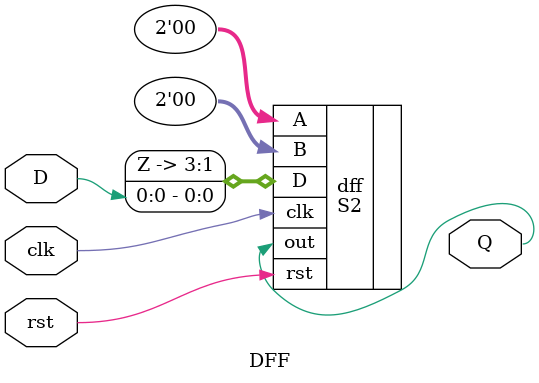
<source format=v>
module And(A, B, out);
	input A;
	input B;

	output out;

	C1 c(.A(2'b0), .SA(1'b0), .B({B, B}), .SB(B), .S({A, A}), .out(out));
endmodule

module Or(A, B, out);
	input A;
	input B;

	output out;

	C1 c(.A({B, B}), .SA(B), .B(2'b11), .SB(1'b1), .S({A, A}), .out(out));
endmodule

module Xor(A, B, out);
	input A;
	input B;

	output out;

	C2 c(.D(4'b0110), .A({A, B}), .B({A, B}), .out(out));
endmodule

module Not(A, out);
	input A;

	output out;

	C2 c(.D(4'b0010), .A({A, 1'b1}), .B({A, 1'b1}), .out(out));
endmodule

module And3(A, B, C, out);
	input A;
	input B;
	input C;

	output out;

	wire tmp1;

	And and1(.A(A), .B(B), .out(tmp1));
	And and2(.A(tmp1), .B(C), .out(out));
endmodule

module Or3(A, B, C, out);
	input A;
	input B;
	input C;

	output out;

	wire tmp1;

	Or or1(.A(A), .B(B), .out(tmp1));
	Or or2(.A(tmp1), .B(C), .out(out));
endmodule

module And4(input A, B, C, D, output out);

	wire tmp1;
	wire tmp2;

	And and1(.A(A), .B(B), .out(tmp1));
	And and2(.A(C), .B(D), .out(tmp2));
	And and3(.A(tmp1), .B(tmp2), .out(out));
endmodule

module Or4(input A, B, C, D, output out);

	wire tmp1;
	wire tmp2;

	Or or1(.A(A), .B(B), .out(tmp1));
	Or or2(.A(C), .B(D), .out(tmp2));
	Or or3(.A(tmp2), .B(tmp1), .out(out));
endmodule

module Mux2_1_1(A, B, S, out);
	input A;
	input B;
	input S;

	output out;

	C2 c(.D({A, B, A, B}), .A({S, 1'b1}), .B({S, 1'b1}),.out(out));
endmodule

module HalfAdder(A, B, sum, carry);
	input A;
	input B;
	output sum;
	output carry;

	Xor xor1(.A(A), .B(B), .out(sum));
	And and1(.A(A), .B(B), .out(carry));
endmodule

module FullAdder(A, B, carry_in, sum, carry_out);

    input A;
    input B;
    input carry_in;
	output sum;
	output carry_out;

    wire c1,c2, axb ;

    HalfAdder H1(.A(A), .B(B), .sum(axb), .carry(c1));
    HalfAdder H2(.A(axb), .B(carry_in), .sum(sum), .carry(c2));
    Or or1(.A(c1), .B(c2), .out(carry_out));
    
endmodule

module Reg(clk, rst, ld, in, out);
	input clk;
	input rst;
	input ld;
	input in;

	output out;

	S2 s(.clk(clk), .rst(rst), .D({in, in, in, out}), .A({ld, 1'b0}), .B({ld, 1'b0}), .out(out));
endmodule

module DFF (input D, clk, rst, output Q);
	S2 dff(.clk(clk), .rst(rst), .D({1'bz,1'bz ,1'bz , D}), .A(2'b00), .B(2'b00), .out(Q));
endmodule


</source>
